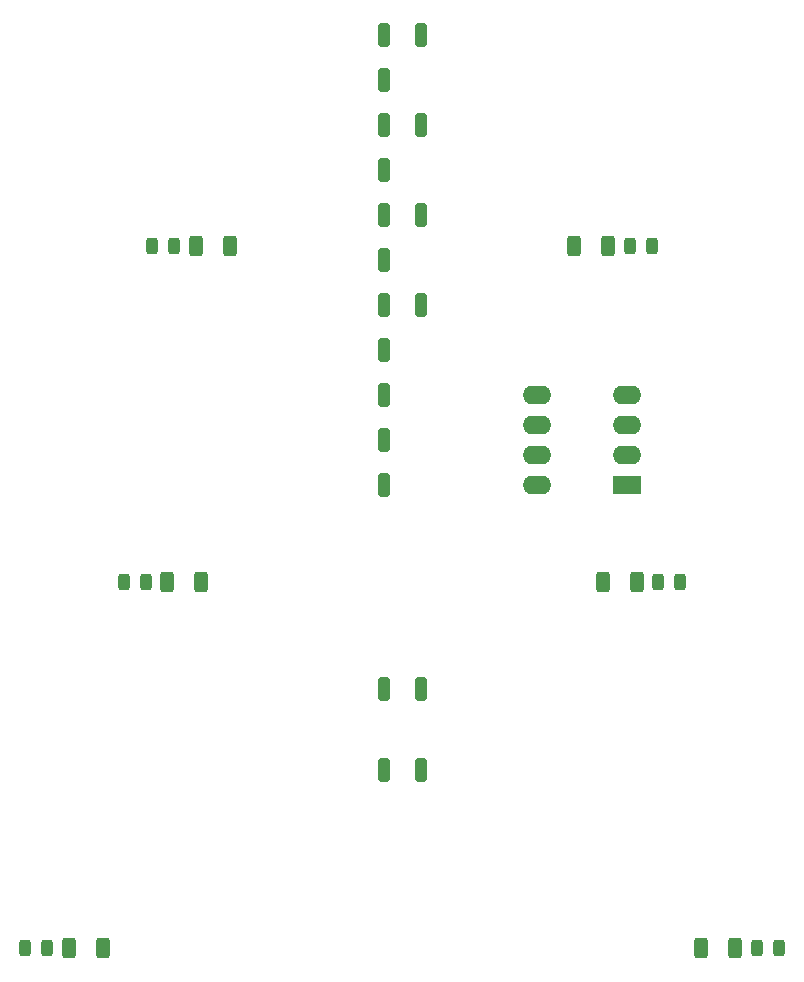
<source format=gbs>
%TF.GenerationSoftware,KiCad,Pcbnew,(6.0.9)*%
%TF.CreationDate,2022-12-10T14:06:52+01:00*%
%TF.ProjectId,PartoUno,50617274-6f55-46e6-9f2e-6b696361645f,rev?*%
%TF.SameCoordinates,Original*%
%TF.FileFunction,Soldermask,Bot*%
%TF.FilePolarity,Negative*%
%FSLAX46Y46*%
G04 Gerber Fmt 4.6, Leading zero omitted, Abs format (unit mm)*
G04 Created by KiCad (PCBNEW (6.0.9)) date 2022-12-10 14:06:52*
%MOMM*%
%LPD*%
G01*
G04 APERTURE LIST*
G04 Aperture macros list*
%AMRoundRect*
0 Rectangle with rounded corners*
0 $1 Rounding radius*
0 $2 $3 $4 $5 $6 $7 $8 $9 X,Y pos of 4 corners*
0 Add a 4 corners polygon primitive as box body*
4,1,4,$2,$3,$4,$5,$6,$7,$8,$9,$2,$3,0*
0 Add four circle primitives for the rounded corners*
1,1,$1+$1,$2,$3*
1,1,$1+$1,$4,$5*
1,1,$1+$1,$6,$7*
1,1,$1+$1,$8,$9*
0 Add four rect primitives between the rounded corners*
20,1,$1+$1,$2,$3,$4,$5,0*
20,1,$1+$1,$4,$5,$6,$7,0*
20,1,$1+$1,$6,$7,$8,$9,0*
20,1,$1+$1,$8,$9,$2,$3,0*%
G04 Aperture macros list end*
%ADD10O,2.400000X1.600000*%
%ADD11R,2.400000X1.600000*%
%ADD12RoundRect,0.243750X-0.243750X-0.456250X0.243750X-0.456250X0.243750X0.456250X-0.243750X0.456250X0*%
%ADD13RoundRect,0.243750X0.243750X0.456250X-0.243750X0.456250X-0.243750X-0.456250X0.243750X-0.456250X0*%
%ADD14RoundRect,0.250000X-0.312500X-0.625000X0.312500X-0.625000X0.312500X0.625000X-0.312500X0.625000X0*%
%ADD15RoundRect,0.250000X0.250000X0.750000X-0.250000X0.750000X-0.250000X-0.750000X0.250000X-0.750000X0*%
%ADD16RoundRect,0.250000X0.312500X0.625000X-0.312500X0.625000X-0.312500X-0.625000X0.312500X-0.625000X0*%
G04 APERTURE END LIST*
D10*
%TO.C,U1*%
X151882000Y-99177000D03*
X151882000Y-96637000D03*
X151882000Y-94097000D03*
X151882000Y-91557000D03*
X159502000Y-91557000D03*
X159502000Y-94097000D03*
X159502000Y-96637000D03*
D11*
X159502000Y-99177000D03*
%TD*%
D12*
%TO.C,D14*%
X119267500Y-78994000D03*
X121142500Y-78994000D03*
%TD*%
D13*
%TO.C,D2*%
X164005500Y-107442000D03*
X162130500Y-107442000D03*
%TD*%
D14*
%TO.C,R10*%
X112227900Y-138430000D03*
X115152900Y-138430000D03*
%TD*%
D15*
%TO.C,J26*%
X142113000Y-76327000D03*
%TD*%
D16*
%TO.C,R19*%
X168696100Y-138430000D03*
X165771100Y-138430000D03*
%TD*%
D12*
%TO.C,D20*%
X116918500Y-107442000D03*
X118793500Y-107442000D03*
%TD*%
D15*
%TO.C,J24*%
X142113000Y-61087000D03*
%TD*%
%TO.C,J35*%
X142113000Y-123317000D03*
%TD*%
%TO.C,J34*%
X142113000Y-116459000D03*
%TD*%
D16*
%TO.C,R22*%
X157926500Y-78994000D03*
X155001500Y-78994000D03*
%TD*%
D15*
%TO.C,J25*%
X142113000Y-68707000D03*
%TD*%
%TO.C,J11*%
X138938000Y-99187000D03*
%TD*%
%TO.C,J2*%
X138938000Y-95377000D03*
%TD*%
%TO.C,J27*%
X142113000Y-83947000D03*
%TD*%
D13*
%TO.C,D22*%
X161656500Y-78994000D03*
X159781500Y-78994000D03*
%TD*%
D14*
%TO.C,R12*%
X122997500Y-78994000D03*
X125922500Y-78994000D03*
%TD*%
%TO.C,R20*%
X120548400Y-107442000D03*
X123473400Y-107442000D03*
%TD*%
D15*
%TO.C,J6*%
X138938000Y-80137000D03*
%TD*%
%TO.C,J3*%
X138938000Y-91567000D03*
%TD*%
%TO.C,J5*%
X138938000Y-83947000D03*
%TD*%
%TO.C,J23*%
X138938000Y-61087000D03*
%TD*%
D12*
%TO.C,D10*%
X108536500Y-138430000D03*
X110411500Y-138430000D03*
%TD*%
D15*
%TO.C,J32*%
X138938000Y-116459000D03*
%TD*%
%TO.C,J33*%
X138938000Y-123317000D03*
%TD*%
%TO.C,J12*%
X138938000Y-76327000D03*
%TD*%
%TO.C,J21*%
X138938000Y-68707000D03*
%TD*%
%TO.C,J4*%
X138938000Y-87757000D03*
%TD*%
%TO.C,J13*%
X138938000Y-72517000D03*
%TD*%
D13*
%TO.C,D19*%
X172387500Y-138430000D03*
X170512500Y-138430000D03*
%TD*%
D16*
%TO.C,R2*%
X160364900Y-107442000D03*
X157439900Y-107442000D03*
%TD*%
D15*
%TO.C,J22*%
X138938000Y-64897000D03*
%TD*%
M02*

</source>
